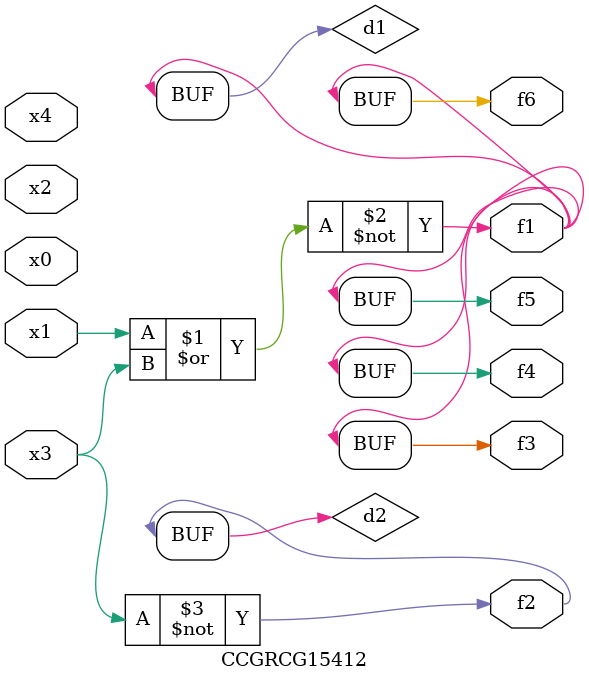
<source format=v>
module CCGRCG15412(
	input x0, x1, x2, x3, x4,
	output f1, f2, f3, f4, f5, f6
);

	wire d1, d2;

	nor (d1, x1, x3);
	not (d2, x3);
	assign f1 = d1;
	assign f2 = d2;
	assign f3 = d1;
	assign f4 = d1;
	assign f5 = d1;
	assign f6 = d1;
endmodule

</source>
